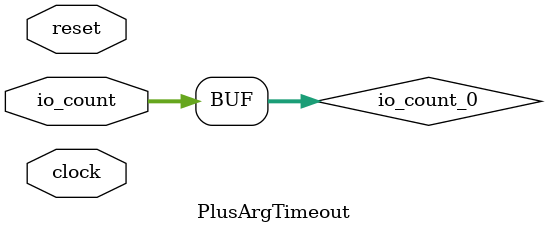
<source format=sv>
`ifndef RANDOMIZE
  `ifdef RANDOMIZE_MEM_INIT
    `define RANDOMIZE
  `endif // RANDOMIZE_MEM_INIT
`endif // not def RANDOMIZE
`ifndef RANDOMIZE
  `ifdef RANDOMIZE_REG_INIT
    `define RANDOMIZE
  `endif // RANDOMIZE_REG_INIT
`endif // not def RANDOMIZE

`ifndef RANDOM
  `define RANDOM $random
`endif // not def RANDOM

// Users can define INIT_RANDOM as general code that gets injected into the
// initializer block for modules with registers.
`ifndef INIT_RANDOM
  `define INIT_RANDOM
`endif // not def INIT_RANDOM

// If using random initialization, you can also define RANDOMIZE_DELAY to
// customize the delay used, otherwise 0.002 is used.
`ifndef RANDOMIZE_DELAY
  `define RANDOMIZE_DELAY 0.002
`endif // not def RANDOMIZE_DELAY

// Define INIT_RANDOM_PROLOG_ for use in our modules below.
`ifndef INIT_RANDOM_PROLOG_
  `ifdef RANDOMIZE
    `ifdef VERILATOR
      `define INIT_RANDOM_PROLOG_ `INIT_RANDOM
    `else  // VERILATOR
      `define INIT_RANDOM_PROLOG_ `INIT_RANDOM #`RANDOMIZE_DELAY begin end
    `endif // VERILATOR
  `else  // RANDOMIZE
    `define INIT_RANDOM_PROLOG_
  `endif // RANDOMIZE
`endif // not def INIT_RANDOM_PROLOG_

// Include register initializers in init blocks unless synthesis is set
`ifndef SYNTHESIS
  `ifndef ENABLE_INITIAL_REG_
    `define ENABLE_INITIAL_REG_
  `endif // not def ENABLE_INITIAL_REG_
`endif // not def SYNTHESIS

// Include rmemory initializers in init blocks unless synthesis is set
`ifndef SYNTHESIS
  `ifndef ENABLE_INITIAL_MEM_
    `define ENABLE_INITIAL_MEM_
  `endif // not def ENABLE_INITIAL_MEM_
`endif // not def SYNTHESIS

// Standard header to adapt well known macros for prints and assertions.

// Users can define 'PRINTF_COND' to add an extra gate to prints.
`ifndef PRINTF_COND_
  `ifdef PRINTF_COND
    `define PRINTF_COND_ (`PRINTF_COND)
  `else  // PRINTF_COND
    `define PRINTF_COND_ 1
  `endif // PRINTF_COND
`endif // not def PRINTF_COND_

// Users can define 'ASSERT_VERBOSE_COND' to add an extra gate to assert error printing.
`ifndef ASSERT_VERBOSE_COND_
  `ifdef ASSERT_VERBOSE_COND
    `define ASSERT_VERBOSE_COND_ (`ASSERT_VERBOSE_COND)
  `else  // ASSERT_VERBOSE_COND
    `define ASSERT_VERBOSE_COND_ 1
  `endif // ASSERT_VERBOSE_COND
`endif // not def ASSERT_VERBOSE_COND_

// Users can define 'STOP_COND' to add an extra gate to stop conditions.
`ifndef STOP_COND_
  `ifdef STOP_COND
    `define STOP_COND_ (`STOP_COND)
  `else  // STOP_COND
    `define STOP_COND_ 1
  `endif // STOP_COND
`endif // not def STOP_COND_

module PlusArgTimeout(
  input        clock,
               reset,
  input [31:0] io_count	// src/main/scala/util/PlusArg.scala:59:14
);

  wire [31:0] _plusarg_reader_out;	// src/main/scala/util/PlusArg.scala:62:19
  wire [31:0] io_count_0 = io_count;
  `ifndef SYNTHESIS	// src/main/scala/util/PlusArg.scala:64:12
    always @(posedge clock) begin	// src/main/scala/util/PlusArg.scala:64:12
      if ((|_plusarg_reader_out) & ~reset & io_count_0 >= _plusarg_reader_out) begin	// src/main/scala/util/PlusArg.scala:62:19, :63:13, :64:{12,22}
        if (`ASSERT_VERBOSE_COND_)	// src/main/scala/util/PlusArg.scala:64:12
          $error("Assertion failed: Timeout exceeded: Kill the emulation after INT rdtime cycles. Off if 0.\n    at PlusArg.scala:64 assert (io.count < max, s\"Timeout exceeded: $docstring\")\n");	// src/main/scala/util/PlusArg.scala:64:12
        if (`STOP_COND_)	// src/main/scala/util/PlusArg.scala:64:12
          $fatal;	// src/main/scala/util/PlusArg.scala:64:12
      end
    end // always @(posedge)
  `endif // not def SYNTHESIS
  plusarg_reader #(
    .DEFAULT(0),
    .FORMAT("max_core_cycles=%d"),
    .WIDTH(32)
  ) plusarg_reader (	// src/main/scala/util/PlusArg.scala:62:19
    .out (_plusarg_reader_out)
  );
endmodule


</source>
